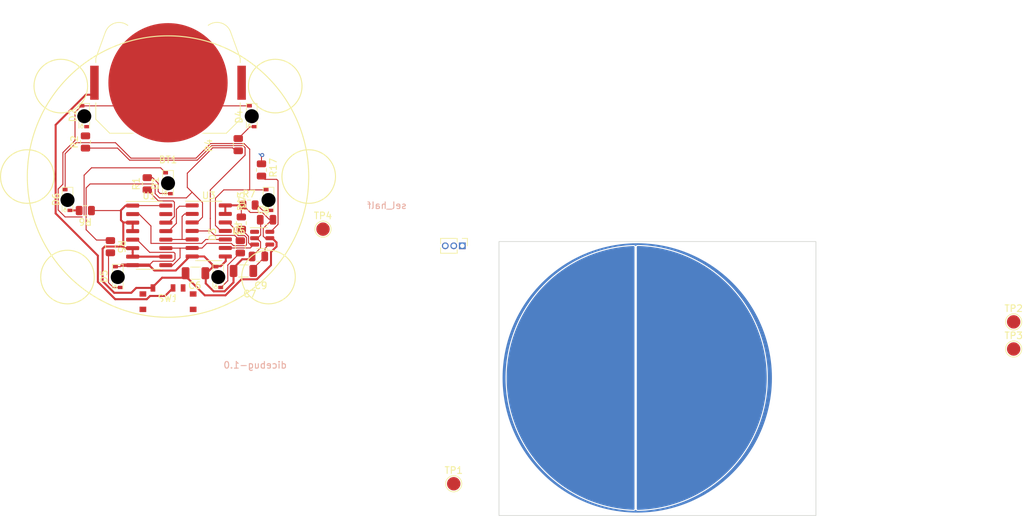
<source format=kicad_pcb>
(kicad_pcb (version 20221018) (generator pcbnew)
  (layers (0 "F.Cu" signal) (31 "B.Cu" signal) (34 "B.Paste" user) (35 "F.Paste" user) (36 "B.SilkS" user "B.Silkscreen") (37 "F.SilkS" user "F.Silkscreen") (38 "B.Mask" user) (39 "F.Mask" user) (44 "Edge.Cuts" user))
  (net 0 "")
  (net 1 "Net-(BT1-+)")
  (net 2 "GND")
  (net 3 "+3V0")
  (net 4 "Net-(U5-IO2{slash}SDA)")
  (net 5 "Net-(U5-IO1{slash}SCL)")
  (net 6 "Net-(U5-VREG)")
  (net 7 "Net-(U1-Q3)")
  (net 8 "Net-(D1-A)")
  (net 9 "Net-(D2-A)")
  (net 10 "Net-(D3-A)")
  (net 11 "Net-(D4-A)")
  (net 12 "Net-(D5-A)")
  (net 13 "Net-(D6-K)")
  (net 14 "Net-(D6-A)")
  (net 15 "Net-(D7-A)")
  (net 16 "/SENS_IQS")
  (net 17 "Net-(R2-Pad1)")
  (net 18 "Net-(R4-Pad1)")
  (net 19 "Net-(U1-Q0)")
  (net 20 "Net-(U1-CP)")
  (net 21 "Net-(U1-Q2)")
  (net 22 "Net-(U1-Q1)")
  (net 24 "Net-(U5-Cx)")
  (net 25 "Net-(JP5-C)")
  (footprint "Package_SO:SOIC-16_3.9x9.9mm_P1.27mm" (layer "F.Cu") (at 97.201 108.781)
    (fp_text reference "U1")
    (fp_text value "74LV163ADR")
  )
  (footprint "proj_footprints:PointLED_reverse_mount" (layer "F.Cu") (at 87.5 91 90)
    (fp_text reference "D2")
    (fp_text value "LA P47F")
  )
  (footprint "proj_footprints:PointLED_reverse_mount" (layer "F.Cu") (at 107.5 115 90)
    (fp_text reference "D3")
    (fp_text value "LA P47F")
  )
  (footprint "Capacitor_SMD:C_0805_2012Metric" (layer "F.Cu") (at 113.493 111.931 180)
    (fp_text reference "C9")
    (fp_text value "100p")
  )
  (footprint "Capacitor_SMD:C_1206_3216Metric" (layer "F.Cu") (at 111.253 114.093 180)
    (fp_text reference "C7")
    (fp_text value "1u")
  )
  (footprint "Resistor_SMD:R_0805_2012Metric" (layer "F.Cu") (at 87.6545 105.08 180)
    (fp_text reference "R6")
    (fp_text value "2k8")
  )
  (footprint "proj_footprints:PointLED_reverse_mount" (layer "F.Cu") (at 115 103.5 90)
    (fp_text reference "D7")
    (fp_text value "LA P47F")
  )
  (footprint "Resistor_SMD:R_0805_2012Metric" (layer "F.Cu") (at 87.68 94.8425 90)
    (fp_text reference "R2")
    (fp_text value "2k8")
  )
  (footprint "Battery:BatteryHolder_Keystone_3034_1x20mm" (layer "F.Cu") (at 100 86 180)
    (fp_text reference "BT1")
    (fp_text value "CR2032")
  )
  (footprint "proj_footprints:PointLED_reverse_mount" (layer "F.Cu") (at 100 101 90)
    (fp_text reference "D1")
    (fp_text value "LA P47F")
  )
  (footprint "TestPoint:TestPoint_Pad_D2.0mm" (layer "F.Cu") (at 226.21 125.74)
    (fp_text reference "TP3")
    (fp_text value "SCL")
  )
  (footprint "proj_footprints:PointLED_reverse_mount" (layer "F.Cu") (at 85 103.5 90)
    (fp_text reference "D6")
    (fp_text value "LA P47F")
  )
  (footprint "TestPoint:TestPoint_Pad_D2.0mm" (layer "F.Cu") (at 123.131 107.853)
    (fp_text reference "TP4")
    (fp_text value "SDA")
  )
  (footprint "Resistor_SMD:R_0805_2012Metric" (layer "F.Cu") (at 113.95 99.0175 90)
    (fp_text reference "R17")
    (fp_text value "470")
  )
  (footprint "Resistor_SMD:R_0805_2012Metric" (layer "F.Cu") (at 110.794 110.492 -90)
    (fp_text reference "R3")
    (fp_text value "2k8")
  )
  (footprint "proj_footprints:PointLED_reverse_mount" (layer "F.Cu") (at 92.5 115 90)
    (fp_text reference "D5")
    (fp_text value "LA P47F")
  )
  (footprint "Resistor_SMD:R_0805_2012Metric" (layer "F.Cu") (at 91.4 110.4675 -90)
    (fp_text reference "R5")
    (fp_text value "2k8")
  )
  (footprint "Resistor_SMD:R_0805_2012Metric" (layer "F.Cu") (at 112.0885 104.258)
    (fp_text reference "R7")
    (fp_text value "2k8")
  )
  (footprint "TestPoint:TestPoint_Pad_D2.0mm" (layer "F.Cu") (at 142.64 145.85)
    (fp_text reference "TP1")
    (fp_text value "GND")
  )
  (footprint "Connector_PinHeader_1.27mm:PinHeader_1x03_P1.27mm_Vertical" (layer "F.Cu") (at 143.92 110.34 -90)
    (fp_text reference "JP5" hide)
    (fp_text value "sel_half")
  )
  (footprint "proj_footprints:PointLED_reverse_mount" (layer "F.Cu") (at 112.5 91 90)
    (fp_text reference "D4")
    (fp_text value "LA P47F" hide)
  )
  (footprint "proj_footprints:450404015514" (layer "F.Cu") (at 100 118.6775 180)
    (fp_text reference "SW1")
    (fp_text value "SW_SPDT")
  )
  (footprint "Package_SO:SOIC-14_3.9x8.7mm_P1.27mm" (layer "F.Cu") (at 106.076 108.121)
    (fp_text reference "U3")
    (fp_text value "74HCS7266DR")
  )
  (footprint "Capacitor_SMD:C_0805_2012Metric" (layer "F.Cu") (at 114.713 106.45 180)
    (fp_text reference "C8")
    (fp_text value "100p")
  )
  (footprint "Package_TO_SOT_SMD:SOT-23-6" (layer "F.Cu") (at 114.0565 109.2)
    (fp_text reference "U5")
    (fp_text value "iqs211a")
  )
  (footprint "Resistor_SMD:R_0805_2012Metric" (layer "F.Cu") (at 110.48 95.2425 90)
    (fp_text reference "R4")
    (fp_text value "2k8" hide)
  )
  (footprint "Resistor_SMD:R_0805_2012Metric" (layer "F.Cu") (at 110.942 106.946 -90)
    (fp_text reference "R13")
    (fp_text value "100k")
  )
  (footprint "Resistor_SMD:R_0805_2012Metric" (layer "F.Cu") (at 96.906 101.0745 90)
    (fp_text reference "R1")
    (fp_text value "2k8")
  )
  (footprint "Capacitor_SMD:C_1206_3216Metric" (layer "F.Cu") (at 104.095 114.43)
    (fp_text reference "C6")
    (fp_text value "1u")
  )
  (footprint "TestPoint:TestPoint_Pad_D2.0mm" (layer "F.Cu") (at 226.21 121.69)
    (fp_text reference "TP2")
    (fp_text value "VCC")
  )
  (footprint "sensors:tp_end" (layer "B.Cu") (at 168.93 118.17 -90)
    (fp_text reference "TP6" hide)
    (fp_text value "Sensor")
  )
  (footprint "sensors:tp_end" (layer "B.Cu") (at 113.591 96.562 180)
    (fp_text reference "TP5" hide)
    (fp_text value "Sensor")
  )
  (gr_circle (center 121 100) (end 125 100) (stroke (width 0.153)) (fill none) (layer "F.SilkS"))
  (gr_circle (center 115 115) (end 119 115) (stroke (width 0.153)) (fill none) (layer "F.SilkS"))
  (gr_circle (center 79 100) (end 83 100) (stroke (width 0.153)) (fill none) (layer "F.SilkS"))
  (gr_circle (center 84 86.5) (end 88 86.5) (stroke (width 0.153)) (fill none) (layer "F.SilkS"))
  (gr_circle (center 116 86.5) (end 120 86.5) (stroke (width 0.153)) (fill none) (layer "F.SilkS"))
  (gr_circle (center 100 100) (end 121 100) (stroke (width 0.153)) (fill none) (layer "F.SilkS"))
  (gr_circle (center 85 115) (end 89 115) (stroke (width 0.153)) (fill none) (layer "F.SilkS"))
  (gr_rect (start 149.4 109.7) (end 196.7 150.6) (stroke (width 0.1)) (fill none) (layer "Edge.Cuts"))
  (gr_text "dicebug-1.0" (at 117.815 128.729) (layer "B.SilkS") (effects (font (size 1 1) (thickness 0.153)) (justify left bottom mirror)))
  (segment (start 87.73 87.79) (end 89.1 87.79) (width 0.3) (layer "F.Cu") (net 1))
  (segment (start 97.32 117.82) (end 96.83 118.31) (width 0.3) (layer "F.Cu") (net 1))
  (segment (start 83.23 105.51) (end 83.23 92.29) (width 0.3) (layer "F.Cu") (net 1))
  (segment (start 100.75 116.6275) (end 99.5575 117.82) (width 0.3) (layer "F.Cu") (net 1))
  (segment (start 89.53 111.81) (end 83.23 105.51) (width 0.3) (layer "F.Cu") (net 1))
  (segment (start 92.12 118.31) (end 89.53 115.72) (width 0.3) (layer "F.Cu") (net 1))
  (segment (start 89.53 115.72) (end 89.53 111.81) (width 0.3) (layer "F.Cu") (net 1))
  (segment (start 83.23 92.29) (end 87.73 87.79) (width 0.3) (layer "F.Cu") (net 1))
  (segment (start 99.5575 117.82) (end 97.32 117.82) (width 0.3) (layer "F.Cu") (net 1))
  (segment (start 96.83 118.31) (end 92.12 118.31) (width 0.3) (layer "F.Cu") (net 1))
  (segment (start 108.447 117.13) (end 106.81 117.13) (width 0.3) (layer "F.Cu") (net 2))
  (segment (start 113.335 109.219) (end 112.771 109.219) (width 0.15) (layer "F.Cu") (net 2))
  (segment (start 87.15 89.446) (end 87.084 89.446) (width 0.15) (layer "F.Cu") (net 2))
  (segment (start 95.365 109.416) (end 97.263 111.314) (width 0.15) (layer "F.Cu") (net 2))
  (segment (start 88.582 98.696) (end 87.4795 99.7985) (width 0.15) (layer "F.Cu") (net 2))
  (segment (start 87.15 89.446) (end 92.188 89.446) (width 0.15) (layer "F.Cu") (net 2))
  (segment (start 84.31 96.42) (end 86.12 94.61) (width 0.15) (layer "F.Cu") (net 2))
  (segment (start 107.877 113.374) (end 106.854 113.374) (width 0.3) (layer "F.Cu") (net 2))
  (segment (start 83.61 105) (end 83.61 101.85) (width 0.15) (layer "F.Cu") (net 2))
  (segment (start 92.188 89.446) (end 92.848 88.786) (width 0.15) (layer "F.Cu") (net 2))
  (segment (start 113.828 108.726) (end 113.335 109.219) (width 0.15) (layer "F.Cu") (net 2))
  (segment (start 86.12 90.41) (end 86.12 94.61) (width 0.15) (layer "F.Cu") (net 2))
  (segment (start 106.65 113.53) (end 105.6 114.58) (width 0.3) (layer "F.Cu") (net 2))
  (segment (start 101.14 114.03) (end 103.24 111.93) (width 0.3) (layer "F.Cu") (net 2))
  (segment (start 113.828 106.515) (end 113.828 108.726) (width 0.15) (layer "F.Cu") (net 2))
  (segment (start 97.762 112.645) (end 97.176 113.231) (width 0.15) (layer "F.Cu") (net 2))
  (segment (start 109.778 114.093) (end 109.778 115.799) (width 0.3) (layer "F.Cu") (net 2))
  (segment (start 87.4795 99.7985) (end 87.4795 105.7265) (width 0.15) (layer "F.Cu") (net 2))
  (segment (start 87.242 89.484) (end 87.274 89.452) (width 0.15) (layer "F.Cu") (net 2))
  (segment (start 83.61 101.85) (end 84.23 101.23) (width 0.15) (layer "F.Cu") (net 2))
  (segment (start 112.15 89.446) (end 106.622 89.446) (width 0.15) (layer "F.Cu") (net 2))
  (segment (start 106.622 89.446) (end 106.357 89.181) (width 0.15) (layer "F.Cu") (net 2))
  (segment (start 105.63 115.95) (end 105.63 114.28) (width 0.3) (layer "F.Cu") (net 2))
  (segment (start 109.778 114.093) (end 109.778 113.646) (width 0.3) (layer "F.Cu") (net 2))
  (segment (start 105.41 111.93) (end 106.65 113.17) (width 0.3) (layer "F.Cu") (net 2))
  (segment (start 84.31 101.15) (end 84.31 96.42) (width 0.15) (layer "F.Cu") (net 2))
  (segment (start 92.15 113.446) (end 92.911 113.446) (width 0.15) (layer "F.Cu") (net 2))
  (segment (start 108.617 111.979) (end 108.617 112.634) (width 0.3) (layer "F.Cu") (net 2))
  (segment (start 113.81 109.747) (end 113.81 110.646) (width 0.15) (layer "F.Cu") (net 2))
  (segment (start 87.084 89.446) (end 86.12 90.41) (width 0.15) (layer "F.Cu") (net 2))
  (segment (start 84.638 106.028) (end 83.61 105) (width 0.15) (layer "F.Cu") (net 2))
  (segment (start 113.81 110.646) (end 112.631 111.825) (width 0.15) (layer "F.Cu") (net 2))
  (segment (start 113.763 106.45) (end 113.828 106.515) (width 0.15) (layer "F.Cu") (net 2))
  (segment (start 99.65 99.446) (end 98.9 98.696) (width 0.15) (layer "F.Cu") (net 2))
  (segment (start 106.65 113.17) (end 106.65 113.53) (width 0.3) (layer "F.Cu") (net 2))
  (segment (start 100.876 111.314) (end 101.045 111.483) (width 0.15) (layer "F.Cu") (net 2))
  (segment (start 112.919 109.2) (end 113.263 109.2) (width 0.15) (layer "F.Cu") (net 2))
  (segment (start 94.726 109.416) (end 95.365 109.416) (width 0.15) (layer "F.Cu") (net 2))
  (segment (start 109.778 115.799) (end 108.447 117.13) (width 0.3) (layer "F.Cu") (net 2))
  (segment (start 92.911 113.446) (end 93.126 113.231) (width 0.15) (layer "F.Cu") (net 2))
  (segment (start 97.263 111.314) (end 100.876 111.314) (width 0.15) (layer "F.Cu") (net 2))
  (segment (start 87.178 106.028) (end 84.638 106.028) (width 0.15) (layer "F.Cu") (net 2))
  (segment (start 93.126 113.231) (end 97.176 113.231) (width 0.5) (layer "F.Cu") (net 2))
  (segment (start 97.975 114.03) (end 101.14 114.03) (width 0.3) (layer "F.Cu") (net 2))
  (segment (start 109.778 113.646) (end 111.077 112.347) (width 0.3) (layer "F.Cu") (net 2))
  (segment (start 100.706 112.645) (end 97.762 112.645) (width 0.15) (layer "F.Cu") (net 2))
  (segment (start 106.81 117.13) (end 105.63 115.95) (width 0.3) (layer "F.Cu") (net 2))
  (segment (start 106.854 113.374) (end 106.65 113.17) (width 0.3) (layer "F.Cu") (net 2))
  (segment (start 108.617 112.634) (end 107.877 113.374) (width 0.3) (layer "F.Cu") (net 2))
  (segment (start 98.9 98.696) (end 88.582 98.696) (width 0.15) (layer "F.Cu") (net 2))
  (segment (start 84.23 101.23) (end 84.31 101.15) (width 0.15) (layer "F.Cu") (net 2))
  (segment (start 97.176 113.231) (end 97.975 114.03) (width 0.3) (layer "F.Cu") (net 2))
  (segment (start 101.045 111.483) (end 101.045 112.306) (width 0.15) (layer "F.Cu") (net 2))
  (segment (start 111.077 112.347) (end 112.427 112.347) (width 0.3) (layer "F.Cu") (net 2))
  (segment (start 113.263 109.2) (end 113.81 109.747) (width 0.15) (layer "F.Cu") (net 2))
  (segment (start 103.24 111.93) (end 105.41 111.93) (width 0.3) (layer "F.Cu") (net 2))
  (segment (start 101.045 112.306) (end 100.706 112.645) (width 0.15) (layer "F.Cu") (net 2))
  (segment (start 103.075 115.315) (end 102.86 115.1) (width 0.3) (layer "F.Cu") (net 3))
  (segment (start 115.37 113.22) (end 115.37 111.272896) (width 0.3) (layer "F.Cu") (net 3))
  (segment (start 110.942 106.0335) (end 110.942 104.622) (width 0.15) (layer "F.Cu") (net 3))
  (segment (start 115.487 106.45) (end 115.417 106.45) (width 0.15) (layer "F.Cu") (net 3))
  (segment (start 102.86 115.1) (end 99.12 115.1) (width 0.3) (layer "F.Cu") (net 3))
  (segment (start 91.97 117.35) (end 94.52 117.35) (width 0.3) (layer "F.Cu") (net 3))
  (segment (start 99.546 104.336) (end 99.651 104.231) (width 0.15) (layer "F.Cu") (net 3))
  (segment (start 95.25 116.62) (end 97.72 116.62) (width 0.3) (layer "F.Cu") (net 3))
  (segment (start 94.52 117.35) (end 95.25 116.62) (width 0.3) (layer "F.Cu") (net 3))
  (segment (start 105.49 117.73) (end 103.075 115.315) (width 0.3) (layer "F.Cu") (net 3))
  (segment (start 103.075 115.315) (end 102.56 114.8) (width 0.3) (layer "F.Cu") (net 3))
  (segment (start 90.56 110.45) (end 90.24 110.77) (width 0.3) (layer "F.Cu") (net 3))
  (segment (start 114.215 107.74) (end 115.5 106.455) (width 0.15) (layer "F.Cu") (net 3))
  (segment (start 94.726 110.686) (end 94.726 111.306) (width 0.3) (layer "F.Cu") (net 3))
  (segment (start 93.326 110.45) (end 93.326 106.856) (width 0.3) (layer "F.Cu") (net 3))
  (segment (start 94.726 107.681) (end 94.726 108.056) (width 0.3) (layer "F.Cu") (net 3))
  (segment (start 94.726 111.306) (end 94.726 111.881) (width 0.3) (layer "F.Cu") (net 3))
  (segment (start 94.726 106.876) (end 94.726 107.481) (width 0.3) (layer "F.Cu") (net 3))
  (segment (start 92.976 106.506) (end 93.326 106.856) (width 0.3) (layer "F.Cu") (net 3))
  (segment (start 94.726 110.686) (end 93.466 110.686) (width 0.3) (layer "F.Cu") (net 3))
  (segment (start 94.726 111.956) (end 94.726 110.506) (width 0.15) (layer "F.Cu") (net 3))
  (segment (start 92.976 105.031) (end 92.976 106.506) (width 0.3) (layer "F.Cu") (net 3))
  (segment (start 96.551 111.956) (end 96.551 111.906) (width 0.15) (layer "F.Cu") (net 3))
  (segment (start 93.326 106.856) (end 94.751 106.856) (width 0.3) (layer "F.Cu") (net 3))
  (segment (start 96.476 111.956) (end 94.326 111.956) (width 0.15) (layer "F.Cu") (net 3))
  (segment (start 114.513 109.2) (end 114.215 108.902) (width 0.15) (layer "F.Cu") (net 3))
  (segment (start 88.567 105.08) (end 92.927 105.08) (width 0.15) (layer "F.Cu") (net 3))
  (segment (start 110.942 104.622) (end 111.31 104.254) (width 0.15) (layer "F.Cu") (net 3))
  (segment (start 114.215 108.902) (end 114.215 107.74) (width 0.15) (layer "F.Cu") (net 3))
  (segment (start 111.213 104.298) (end 111.264 104.247) (width 0.3) (layer "F.Cu") (net 3))
  (segment (start 108.551 104.298) (end 111.213 104.298) (width 0.3) (layer "F.Cu") (net 3))
  (segment (start 116.2 110.442896) (end 116.2 109.85) (width 0.3) (layer "F.Cu") (net 3))
  (segment (start 92.927 105.08) (end 92.976 105.031) (width 0.15) (layer "F.Cu") (net 3))
  (segment (start 108.58 117.73) (end 105.49 117.73) (width 0.3) (layer "F.Cu") (net 3))
  (segment (start 96.551 111.956) (end 96.476 111.956) (width 0.15) (layer "F.Cu") (net 3))
  (segment (start 115.663 106.45) (end 115.487 106.45) (width 0.15) (layer "F.Cu") (net 3))
  (segment (start 90.24 110.77) (end 90.24 115.62) (width 0.3) (layer "F.Cu") (net 3))
  (segment (start 94.726 107.481) (end 94.726 107.681) (width 0.3) (layer "F.Cu") (net 3))
  (segment (start 108.58 117.73) (end 110.97 115.34) (width 0.3) (layer "F.Cu") (net 3))
  (segment (start 113.25 115.34) (end 115.37 113.22) (width 0.3) (layer "F.Cu") (net 3))
  (segment (start 116.2 109.85) (end 115.54 109.19) (width 0.3) (layer "F.Cu") (net 3))
  (segment (start 93.466 110.686) (end 93.326 110.546) (width 0.3) (layer "F.Cu") (net 3))
  (segment (start 99.12 115.1) (end 97.72 116.5) (width 0.3) (layer "F.Cu") (net 3))
  (segment (start 99.676 111.956) (end 96.551 111.956) (width 0.15) (layer "F.Cu") (net 3))
  (segment (start 115.37 111.272896) (end 116.2 110.442896) (width 0.3) (layer "F.Cu") (net 3))
  (segment (start 94.726 111.956) (end 99.776 111.956) (width 0.3) (layer "F.Cu") (net 3))
  (segment (start 102.56 114.8) (end 102.56 114.37) (width 0.3) (layer "F.Cu") (net 3))
  (segment (start 93.326 110.546) (end 93.326 110.45) (width 0.3) (layer "F.Cu") (net 3))
  (segment (start 115.194 109.2) (end 114.513 109.2) (width 0.15) (layer "F.Cu") (net 3))
  (segment (start 93.671 104.336) (end 92.976 105.031) (width 0.3) (layer "F.Cu") (net 3))
  (segment (start 94.726 104.336) (end 99.546 104.336) (width 0.15) (layer "F.Cu") (net 3))
  (segment (start 108.551 105.581) (end 108.551 104.298) (width 0.3) (layer "F.Cu") (net 3))
  (segment (start 112.281 105.363) (end 114.075 105.363) (width 0.15) (layer "F.Cu") (net 3))
  (segment (start 114.075 105.363) (end 115.079 106.367) (width 0.15) (layer "F.Cu") (net 3))
  (segment (start 90.24 115.62) (end 91.97 117.35) (width 0.3) (layer "F.Cu") (net 3))
  (segment (start 115.079 106.367) (end 115.694 106.367) (width 0.15) (layer "F.Cu") (net 3))
  (segment (start 110.97 115.34) (end 113.25 115.34) (width 0.3) (layer "F.Cu") (net 3))
  (segment (start 93.326 110.45) (end 90.56 110.45) (width 0.3) (layer "F.Cu") (net 3))
  (segment (start 111.176 104.258) (end 112.281 105.363) (width 0.15) (layer "F.Cu") (net 3))
  (segment (start 94.726 108.056) (end 95.276 108.056) (width 0.3) (layer "F.Cu") (net 3))
  (segment (start 94.726 108.146) (end 94.726 106.856) (width 0.15) (layer "F.Cu") (net 3))
  (segment (start 112.019 108.9355) (end 112.019 109.9) (width 0.15) (layer "F.Cu") (net 4))
  (segment (start 108.551 110.661) (end 112.283 110.661) (width 0.15) (layer "F.Cu") (net 4))
  (segment (start 112.283 110.661) (end 112.837 110.107) (width 0.15) (layer "F.Cu") (net 4))
  (segment (start 112.256 110.137) (end 112.929 110.137) (width 0.15) (layer "F.Cu") (net 4))
  (segment (start 112.019 109.9) (end 112.256 110.137) (width 0.15) (layer "F.Cu") (net 4))
  (segment (start 110.942 107.8585) (end 112.019 108.9355) (width 0.15) (layer "F.Cu") (net 4))
  (segment (start 112.728 114.093) (end 112.728 113.718) (width 0.15) (layer "F.Cu") (net 6))
  (segment (start 115.194 110.15) (end 115.062 110.15) (width 0.15) (layer "F.Cu") (net 6))
  (segment (start 114.479 110.733) (end 114.479 112.071) (width 0.15) (layer "F.Cu") (net 6))
  (segment (start 112.728 113.718) (end 114.481 111.965) (width 0.15) (layer "F.Cu") (net 6))
  (segment (start 115.062 110.15) (end 114.479 110.733) (width 0.15) (layer "F.Cu") (net 6))
  (segment (start 109.436 109.974) (end 105.782 109.974) (width 0.15) (layer "F.Cu") (net 7))
  (segment (start 100.676 113.256) (end 99.526 113.256) (width 0.15) (layer "F.Cu") (net 7))
  (segment (start 111.426 108.813) (end 111.719 109.106) (width 0.15) (layer "F.Cu") (net 7))
  (segment (start 110.483 108.813) (end 111.426 108.813) (width 0.15) (layer "F.Cu") (net 7))
  (segment (start 101.801 112.131) (end 100.676 113.256) (width 0.15) (layer "F.Cu") (net 7))
  (segment (start 109.852 108.182) (end 110.483 108.813) (width 0.15) (layer "F.Cu") (net 7))
  (segment (start 107.643 106.883) (end 108.596 106.883) (width 0.15) (layer "F.Cu") (net 7))
  (segment (start 109.779 110.317) (end 109.436 109.974) (width 0.15) (layer "F.Cu") (net 7))
  (segment (start 101.801 110.686) (end 103.896 110.686) (width 0.15) (layer "F.Cu") (net 7))
  (segment (start 111.719 110.185) (end 111.587 110.317) (width 0.15) (layer "F.Cu") (net 7))
  (segment (start 99.676 110.686) (end 101.801 110.686) (width 0.15) (layer "F.Cu") (net 7))
  (segment (start 109.001 106.851) (end 109.852 107.702) (width 0.15) (layer "F.Cu") (net 7))
  (segment (start 111.719 109.106) (end 111.719 110.185) (width 0.15) (layer "F.Cu") (net 7))
  (segment (start 109.852 107.702) (end 109.852 108.182) (width 0.15) (layer "F.Cu") (net 7))
  (segment (start 105.078 110.678) (end 103.567 110.678) (width 0.15) (layer "F.Cu") (net 7))
  (segment (start 111.587 110.317) (end 109.779 110.317) (width 0.15) (layer "F.Cu") (net 7))
  (segment (start 108.551 106.851) (end 109.001 106.851) (width 0.15) (layer "F.Cu") (net 7))
  (segment (start 105.782 109.974) (end 105.078 110.678) (width 0.15) (layer "F.Cu") (net 7))
  (segment (start 101.801 112.131) (end 101.801 110.686) (width 0.15) (layer "F.Cu") (net 7))
  (segment (start 98.536 102.245) (end 98.816 102.525) (width 0.15) (layer "F.Cu") (net 8))
  (segment (start 98.816 102.525) (end 100.361 102.525) (width 0.15) (layer "F.Cu") (net 8))
  (segment (start 98.536 101.004) (end 98.536 102.245) (width 0.15) (layer "F.Cu") (net 8))
  (segment (start 96.906 100.162) (end 97.694 100.162) (width 0.15) (layer "F.Cu") (net 8))
  (segment (start 97.694 100.162) (end 98.536 101.004) (width 0.15) (layer "F.Cu") (net 8))
  (segment (start 107.85 116.554) (end 107.926 116.554) (width 0.15) (layer "F.Cu") (net 10))
  (segment (start 107.926 116.554) (end 108.92 115.56) (width 0.15) (layer "F.Cu") (net 10))
  (segment (start 108.92 115.56) (end 108.92 113.212) (width 0.15) (layer "F.Cu") (net 10))
  (segment (start 108.92 113.212) (end 108.921 113.212) (width 0.15) (layer "F.Cu") (net 10))
  (segment (start 110.607 111.526) (end 110.607 111.334) (width 0.15) (layer "F.Cu") (net 10))
  (segment (start 108.921 113.212) (end 110.607 111.526) (width 0.15) (layer "F.Cu") (net 10))
  (segment (start 110.48 94.33) (end 112.22 92.59) (width 0.15) (layer "F.Cu") (net 11))
  (segment (start 112.22 92.59) (end 112.808 92.59) (width 0.15) (layer "F.Cu") (net 11))
  (segment (start 91.7405 116.565) (end 91.84 116.565) (width 0.15) (layer "F.Cu") (net 12))
  (segment (start 91.84 116.565) (end 91.12 115.845) (width 0.15) (layer "F.Cu") (net 12))
  (segment (start 91.12 115.845) (end 91.12 111.6) (width 0.15) (layer "F.Cu") (net 12))
  (segment (start 91.84 116.565) (end 92.831 116.565) (width 0.15) (layer "F.Cu") (net 12))
  (segment (start 108.551 108.121) (end 107.886 108.121) (width 0.15) (layer "F.Cu") (net 13))
  (segment (start 86.287 94.95) (end 92.158 94.95) (width 0.15) (layer "F.Cu") (net 13))
  (segment (start 112.19 95.92) (end 112.19 101.991) (width 0.15) (layer "F.Cu") (net 13))
  (segment (start 94.47 97.262) (end 104.177 97.262) (width 0.15) (layer "F.Cu") (net 13))
  (segment (start 106.367 95.072) (end 111.342 95.072) (width 0.15) (layer "F.Cu") (net 13))
  (segment (start 84.65 96.587) (end 86.287 94.95) (width 0.15) (layer "F.Cu") (net 13))
  (segment (start 84.65 101.946) (end 84.65 96.587) (width 0.15) (layer "F.Cu") (net 13))
  (segment (start 104.177 97.262) (end 106.367 95.072) (width 0.15) (layer "F.Cu") (net 13))
  (segment (start 108.322 101.991) (end 112.19 101.991) (width 0.15) (layer "F.Cu") (net 13))
  (segment (start 107.08 107.315) (end 107.08 103.233) (width 0.15) (layer "F.Cu") (net 13))
  (segment (start 112.19 101.991) (end 114.661 101.991) (width 0.15) (layer "F.Cu") (net 13))
  (segment (start 92.158 94.95) (end 94.47 97.262) (width 0.15) (layer "F.Cu") (net 13))
  (segment (start 107.886 108.121) (end 107.08 107.315) (width 0.15) (layer "F.Cu") (net 13))
  (segment (start 111.342 95.072) (end 112.19 95.92) (width 0.15) (layer "F.Cu") (net 13))
  (segment (start 107.08 103.233) (end 108.322 101.991) (width 0.15) (layer "F.Cu") (net 13))
  (segment (start 85.35 105.054) (end 86.817 105.054) (width 0.3) (layer "F.Cu") (net 14))
  (segment (start 113.331 104.258) (end 114.143 105.07) (width 0.15) (layer "F.Cu") (net 15))
  (segment (start 114.143 105.07) (end 115.384 105.07) (width 0.15) (layer "F.Cu") (net 15))
  (segment (start 113.001 104.258) (end 113.331 104.258) (width 0.15) (layer "F.Cu") (net 15))
  (segment (start 113.95 96.901) (end 114.056 96.795) (width 0.15) (layer "F.Cu") (net 16))
  (segment (start 113.95 98.105) (end 113.95 96.901) (width 0.15) (layer "F.Cu") (net 16))
  (via (at 114.056 96.795) (size 0.6) (drill 0.3) (layers "F.Cu" "B.Cu") (net 16))
  (segment (start 114.056 96.795) (end 113.781 96.795) (width 0.15) (layer "B.Cu") (net 16))
  (segment (start 113.781 96.795) (end 113.591 96.605) (width 0.15) (layer "B.Cu") (net 16))
  (segment (start 94.264 97.563) (end 104.346 97.563) (width 0.15) (layer "F.Cu") (net 17))
  (segment (start 104.346 97.563) (end 106.522 95.387) (width 0.15) (layer "F.Cu") (net 17))
  (segment (start 106.522 95.387) (end 111.218 95.387) (width 0.15) (layer "F.Cu") (net 17))
  (segment (start 111.504 96.805) (end 106.311 101.998) (width 0.15) (layer "F.Cu") (net 17))
  (segment (start 106.311 101.998) (end 106.311 106.221) (width 0.15) (layer "F.Cu") (net 17))
  (segment (start 109.949 108.785) (end 110.742 109.578) (width 0.15) (layer "F.Cu") (net 17))
  (segment (start 103.601 108.121) (end 106.311 108.121) (width 0.15) (layer "F.Cu") (net 17))
  (segment (start 111.218 95.387) (end 111.504 95.673) (width 0.15) (layer "F.Cu") (net 17))
  (segment (start 106.311 106.283) (end 106.311 106.221) (width 0.15) (layer "F.Cu") (net 17))
  (segment (start 106.311 108.121) (end 106.975 108.785) (width 0.15) (layer "F.Cu") (net 17))
  (segment (start 106.975 108.785) (end 109.949 108.785) (width 0.15) (layer "F.Cu") (net 17))
  (segment (start 111.504 95.673) (end 111.504 96.805) (width 0.15) (layer "F.Cu") (net 17))
  (segment (start 92.456 95.755) (end 94.264 97.563) (width 0.15) (layer "F.Cu") (net 17))
  (segment (start 106.311 108.121) (end 106.311 106.283) (width 0.15) (layer "F.Cu") (net 17))
  (segment (start 87.68 95.755) (end 92.456 95.755) (width 0.15) (layer "F.Cu") (net 17))
  (segment (start 102.88 99.505) (end 102.88 101.625) (width 0.15) (layer "F.Cu") (net 18))
  (segment (start 103.592 102.337) (end 102.745 103.184) (width 0.15) (layer "F.Cu") (net 18))
  (segment (start 102.88 101.625) (end 103.592 102.337) (width 0.15) (layer "F.Cu") (net 18))
  (segment (start 97.801 101.105) (end 88.369 101.105) (width 0.15) (layer "F.Cu") (net 18))
  (segment (start 103.592 102.337) (end 105.151 103.896) (width 0.15) (layer "F.Cu") (net 18))
  (segment (start 102.745 103.184) (end 98.714 103.184) (width 0.15) (layer "F.Cu") (net 18))
  (segment (start 106.68 95.705) (end 102.88 99.505) (width 0.15) (layer "F.Cu") (net 18))
  (segment (start 98.079 101.383) (end 97.801 101.105) (width 0.15) (layer "F.Cu") (net 18))
  (segment (start 89.32 109.48) (end 91.42 109.48) (width 0.15) (layer "F.Cu") (net 18))
  (segment (start 105.151 103.896) (end 105.151 106.066) (width 0.15) (layer "F.Cu") (net 18))
  (segment (start 105.151 106.066) (end 104.366 106.851) (width 0.15) (layer "F.Cu") (net 18))
  (segment (start 109.63 95.705) (end 106.68 95.705) (width 0.15) (layer "F.Cu") (net 18))
  (segment (start 87.7795 107.9395) (end 89.32 109.48) (width 0.15) (layer "F.Cu") (net 18))
  (segment (start 110.08 96.155) (end 109.63 95.705) (width 0.15) (layer "F.Cu") (net 18))
  (segment (start 98.079 102.549) (end 98.079 101.383) (width 0.15) (layer "F.Cu") (net 18))
  (segment (start 98.714 103.184) (end 98.079 102.549) (width 0.15) (layer "F.Cu") (net 18))
  (segment (start 104.366 106.851) (end 103.601 106.851) (width 0.15) (layer "F.Cu") (net 18))
  (segment (start 87.7795 101.6945) (end 87.7795 107.9395) (width 0.15) (layer "F.Cu") (net 18))
  (segment (start 88.369 101.105) (end 87.7795 101.6945) (width 0.15) (layer "F.Cu") (net 18))
  (segment (start 100.766 103.64) (end 100.951 103.825) (width 0.15) (layer "F.Cu") (net 19))
  (segment (start 100.951 103.825) (end 100.951 105.981) (width 0.15) (layer "F.Cu") (net 19))
  (segment (start 99.676 106.876) (end 100.056 106.876) (width 0.15) (layer "F.Cu") (net 19))
  (segment (start 96.906 101.987) (end 98.559 103.64) (width 0.15) (layer "F.Cu") (net 19))
  (segment (start 100.056 106.876) (end 100.951 105.981) (width 0.15) (layer "F.Cu") (net 19))
  (segment (start 98.559 103.64) (end 100.766 103.64) (width 0.15) (layer "F.Cu") (net 19))
  (segment (start 105.051 109.981) (end 97.451 109.981) (width 0.15) (layer "F.Cu") (net 20))
  (segment (start 95.676 105.606) (end 94.726 105.606) (width 0.15) (layer "F.Cu") (net 20))
  (segment (start 108.551 109.391) (end 105.641 109.391) (width 0.15) (layer "F.Cu") (net 20))
  (segment (start 97.451 107.381) (end 95.676 105.606) (width 0.15) (layer "F.Cu") (net 20))
  (segment (start 97.451 109.981) (end 97.451 107.381) (width 0.15) (layer "F.Cu") (net 20))
  (segment (start 105.641 109.391) (end 105.051 109.981) (width 0.15) (layer "F.Cu") (net 20))
  (segment (start 101.651 109.391) (end 99.661 109.391) (width 0.15) (layer "F.Cu") (net 21))
  (segment (start 103.601 105.581) (end 102.476 105.581) (width 0.15) (layer "F.Cu") (net 21))
  (segment (start 103.601 109.391) (end 102.101 109.391) (width 0.15) (layer "F.Cu") (net 21))
  (segment (start 102.101 109.391) (end 101.901 109.391) (width 0.15) (layer "F.Cu") (net 21))
  (segment (start 102.476 105.581) (end 102.101 105.956) (width 0.15) (layer "F.Cu") (net 21))
  (segment (start 101.901 109.391) (end 101.651 109.391) (width 0.15) (layer "F.Cu") (net 21))
  (segment (start 102.101 105.956) (end 102.101 109.391) (width 0.15) (layer "F.Cu") (net 21))
  (segment (start 100.086 108.146) (end 101.251 106.981) (width 0.15) (layer "F.Cu") (net 22))
  (segment (start 99.676 108.146) (end 100.086 108.146) (width 0.15) (layer "F.Cu") (net 22))
  (segment (start 101.701 104.431) (end 103.751 104.431) (width 0.15) (layer "F.Cu") (net 22))
  (segment (start 101.251 104.881) (end 101.701 104.431) (width 0.15) (layer "F.Cu") (net 22))
  (segment (start 101.251 106.981) (end 101.251 104.881) (width 0.15) (layer "F.Cu") (net 22))
  (segment (start 116.42 100.62) (end 116.42 107.14) (width 0.15) (layer "F.Cu") (net 24))
  (segment (start 115.194 108.25) (end 115.487 108.25) (width 0.15) (layer "F.Cu") (net 24))
  (segment (start 114.45 100.42) (end 113.92 99.89) (width 0.15) (layer "F.Cu") (net 24))
  (segment (start 116.22 100.42) (end 114.45 100.42) (width 0.15) (layer "F.Cu") (net 24))
  (segment (start 116.42 107.14) (end 115.22 108.34) (width 0.15) (layer "F.Cu") (net 24))
  (segment (start 116.22 100.42) (end 116.42 100.62) (width 0.15) (layer "F.Cu") (net 24))
  (segment (start 169.255 117.845) (end 168.93 118.17) (width 0.15) (layer "B.Cu") (net 25))
  (segment (start 169.255 117.315) (end 169.255 117.845) (width 0.15) (layer "B.Cu") (net 25))
  (zone (net 16) (net_name "/SENS_IQS") (layer "B.Cu") (priority 3) (connect_pads yes (clearance 0.15)) (min_thickness 0.25) (fill yes (thermal_gap 0.5) (thermal_bridge_width 0.5) (island_removal_mode 1) (island_area_min 10))
    (polygon (pts (xy 169.97386 149.753435) (xy 170.28326 149.746135) (xy 170.59246 149.733935) (xy 170.90146 149.716935) (xy 171.21006 149.695135) (xy 171.51836 149.668435) (xy 171.82626 149.636835) (xy 172.13356 149.600535) (xy 172.44026 149.559335) (xy 172.74626 149.513335) (xy 173.05146 149.462535) (xy 173.35586 149.406935) (xy 173.65936 149.346535) (xy 173.96186 149.281435) (xy 174.26336 149.211535) (xy 174.56366 149.136935) (xy 174.86276 149.057635) (xy 175.16056 148.973635) (xy 175.45706 148.884935) (xy 175.75206 148.791635) (xy 176.04566 148.693735) (xy 176.33756 148.591235) (xy 176.62796 148.484035) (xy 176.91656 148.372435) (xy 177.20336 148.256235) (xy 177.48826 148.135635) (xy 177.77126 148.010435) (xy 178.05236 147.880935) (xy 178.33126 147.746935) (xy 178.60806 147.608635) (xy 178.88266 147.466035) (xy 179.15496 147.319035) (xy 179.42496 147.167835) (xy 179.69256 147.012435) (xy 179.95766 146.852835) (xy 180.22026 146.689135) (xy 180.48016 146.521235) (xy 180.73746 146.349335) (xy 180.99206 146.173335) (xy 181.24386 145.993435) (xy 181.49276 145.809635) (xy 181.73876 145.621935) (xy 181.98176 145.430335) (xy 182.22176 145.234935) (xy 182.45856 145.035835) (xy 182.69226 144.833035) (xy 182.92276 144.626535) (xy 183.15006 144.416535) (xy 183.37396 144.202935) (xy 183.59446 143.985835) (xy 183.81156 143.765335) (xy 184.02516 143.541435) (xy 184.23516 143.314135) (xy 184.44166 143.083635) (xy 184.64446 142.849935) (xy 184.84356 142.613135) (xy 185.03896 142.373135) (xy 185.23056 142.130135) (xy 185.41826 141.884135) (xy 185.60206 141.635235) (xy 185.78196 141.383435) (xy 185.95796 141.128835) (xy 186.12986 140.871535) (xy 186.29776 140.611635) (xy 186.46146 140.349035) (xy 186.62106 140.083935) (xy 186.77646 139.816335) (xy 186.92766 139.546335) (xy 187.07466 139.274035) (xy 187.21726 138.999435) (xy 187.35556 138.722635) (xy 187.48956 138.443735) (xy 187.61906 138.162635) (xy 187.74426 137.879635) (xy 187.86486 137.594735) (xy 187.98106 137.307935) (xy 188.09266 137.019335) (xy 188.19986 136.728935) (xy 188.30236 136.437035) (xy 188.40026 136.143435) (xy 188.49356 135.848435) (xy 188.58226 135.551935) (xy 188.66626 135.254135) (xy 188.74556 134.955035) (xy 188.82016 134.654735) (xy 188.89006 134.353235) (xy 188.95516 134.050735) (xy 189.01556 133.747235) (xy 189.07116 133.442835) (xy 189.12196 133.137635) (xy 189.16796 132.831635) (xy 189.20916 132.524935) (xy 189.24546 132.217635) (xy 189.27706 131.909735) (xy 189.30376 131.601435) (xy 189.32556 131.292835) (xy 189.34256 130.983835) (xy 189.35476 130.674635) (xy 189.36206 130.365235) (xy 189.36446 130.055835) (xy 189.36206 129.746435) (xy 189.35476 129.437035) (xy 189.34256 129.127835) (xy 189.32556 128.818835) (xy 189.30376 128.510235) (xy 189.27706 128.201935) (xy 189.24546 127.894035) (xy 189.20916 127.586735) (xy 189.16796 127.280035) (xy 189.12196 126.974035) (xy 189.07116 126.668835) (xy 189.01556 126.364435) (xy 188.95516 126.060935) (xy 188.89006 125.758435) (xy 188.82016 125.456935) (xy 188.74556 125.156635) (xy 188.66626 124.857535) (xy 188.58226 124.559735) (xy 188.49356 124.263235) (xy 188.40026 123.968235) (xy 188.30236 123.674635) (xy 188.19986 123.382735) (xy 188.09266 123.092335) (xy 187.98106 122.803735) (xy 187.86486 122.516935) (xy 187.74426 122.232035) (xy 187.61906 121.949035) (xy 187.48956 121.667935) (xy 187.35556 121.389035) (xy 187.21726 121.112235) (xy 187.07466 120.837635) (xy 186.92766 120.565335) (xy 186.77646 120.295335) (xy 186.62106 120.027735) (xy 186.46146 119.762635) (xy 186.29776 119.500035) (xy 186.12986 119.240135) (xy 185.95796 118.982835) (xy 185.78196 118.728235) (xy 185.60206 118.476435) (xy 185.41826 118.227535) (xy 185.23056 117.981535) (xy 185.03896 117.738535) (xy 184.84356 117.498535) (xy 184.64446 117.261735) (xy 184.44166 117.028035) (xy 184.23516 116.797535) (xy 184.02516 116.570235) (xy 183.81156 116.346335) (xy 183.59446 116.125835) (xy 183.37396 115.908735) (xy 183.15006 115.695135) (xy 182.92276 115.485135) (xy 182.69226 115.278635) (xy 182.45856 115.075835) (xy 182.22176 114.876735) (xy 181.98176 114.681335) (xy 181.73876 114.489735) (xy 181.49276 114.302035) (xy 181.24386 114.118235) (xy 180.99206 113.938335) (xy 180.73746 113.762335) (xy 180.48016 113.590435) (xy 180.22026 113.422535) (xy 179.95766 113.258835) (xy 179.69256 113.099235) (xy 179.42496 112.943835) (xy 179.15496 112.792635) (xy 178.88266 112.645635) (xy 178.60806 112.503035) (xy 178.33126 112.364735) (xy 178.05236 112.230735) (xy 177.77126 112.101235) (xy 177.48826 111.976035) (xy 177.20336 111.855435) (xy 176.91656 111.739235) (xy 176.62796 111.627635) (xy 176.33756 111.520435) (xy 176.04566 111.417935) (xy 175.75206 111.320035) (xy 175.45706 111.226735) (xy 175.16056 111.138035) (xy 174.86276 111.054035) (xy 174.56366 110.974735) (xy 174.26336 110.900135) (xy 173.96186 110.830235) (xy 173.65936 110.765135) (xy 173.35586 110.704735) (xy 173.05146 110.649135) (xy 172.74626 110.598335) (xy 172.44026 110.552335) (xy 172.13356 110.511135) (xy 171.82626 110.474835) (xy 171.51836 110.443235) (xy 171.21006 110.416535) (xy 170.90146 110.394735) (xy 170.59246 110.377735) (xy 170.28326 110.365535) (xy 169.97386 110.358235)))
  )
  (zone (net 0) (net_name "") (layer "B.Cu") (priority 1) (connect_pads yes (clearance 0.15)) (min_thickness 0.25) (fill yes (thermal_gap 0.5) (thermal_bridge_width 0.5) (island_removal_mode 1) (island_area_min 10))
    (polygon (pts (xy 190.1336 130.056) (xy 190.1237 130.6874) (xy 190.0939 131.3181) (xy 190.0444 131.9476) (xy 189.9751 132.5752) (xy 189.8861 133.2003) (xy 189.7776 133.8224) (xy 189.6495 134.4407) (xy 189.5021 135.0547) (xy 189.3355 135.6637) (xy 189.1498 136.2672) (xy 188.9453 136.8646) (xy 188.7221 137.4553) (xy 188.4805 138.0387) (xy 188.2206 138.6142) (xy 187.9428 139.1812) (xy 187.6474 139.7392) (xy 187.3345 140.2877) (xy 187.0046 140.8261) (xy 186.6579 141.3539) (xy 186.2948 141.8705) (xy 185.9157 142.3754) (xy 185.5209 142.8682) (xy 185.1108 143.3484) (xy 184.6859 143.8154) (xy 184.2464 144.2688) (xy 183.793 144.7083) (xy 183.326 145.1332) (xy 182.8458 145.5433) (xy 182.353 145.9381) (xy 181.8481 146.3172) (xy 181.3315 146.6803) (xy 180.8037 147.027) (xy 180.2653 147.3569) (xy 179.7168 147.6698) (xy 179.1588 147.9652) (xy 178.5918 148.243) (xy 178.0163 148.5029) (xy 177.4329 148.7445) (xy 176.8422 148.9677) (xy 176.2448 149.1722) (xy 175.6413 149.3579) (xy 175.0323 149.5245) (xy 174.4183 149.6719) (xy 173.8 149.8) (xy 173.1779 149.9085) (xy 172.5528 149.9975) (xy 171.9252 150.0668) (xy 171.2957 150.1163) (xy 170.665 150.1461) (xy 170.0336 150.156) (xy 169.4022 150.1461) (xy 168.7715 150.1163) (xy 168.142 150.0668) (xy 167.5144 149.9975) (xy 166.8893 149.9085) (xy 166.2672 149.8) (xy 165.6489 149.6719) (xy 165.0349 149.5245) (xy 164.4259 149.3579) (xy 163.8224 149.1722) (xy 163.225 148.9677) (xy 162.6343 148.7445) (xy 162.0509 148.5029) (xy 161.4754 148.243) (xy 160.9084 147.9652) (xy 160.3504 147.6698) (xy 159.8019 147.3569) (xy 159.2635 147.027) (xy 158.7357 146.6803) (xy 158.2191 146.3172) (xy 157.7142 145.9381) (xy 157.2214 145.5433) (xy 156.7412 145.1332) (xy 156.2742 144.7083) (xy 155.8208 144.2688) (xy 155.3813 143.8154) (xy 154.9564 143.3484) (xy 154.5463 142.8682) (xy 154.1515 142.3754) (xy 153.7724 141.8705) (xy 153.4093 141.3539) (xy 153.0626 140.8261) (xy 152.7327 140.2877) (xy 152.4198 139.7392) (xy 152.1244 139.1812) (xy 151.8466 138.6142) (xy 151.5867 138.0387) (xy 151.3451 137.4553) (xy 151.1219 136.8646) (xy 150.9174 136.2672) (xy 150.7317 135.6637) (xy 150.5651 135.0547) (xy 150.4177 134.4407) (xy 150.2896 133.8224) (xy 150.1811 133.2003) (xy 150.0921 132.5752) (xy 150.0228 131.9476) (xy 149.9733 131.3181) (xy 149.9435 130.6874) (xy 149.9336 130.056) (xy 149.9435 129.4246) (xy 149.9733 128.7939) (xy 150.0228 128.1644) (xy 150.0921 127.5368) (xy 150.1811 126.9117) (xy 150.2896 126.2896) (xy 150.4177 125.6713) (xy 150.5651 125.0573) (xy 150.7317 124.4483) (xy 150.9174 123.8448) (xy 151.1219 123.2474) (xy 151.3451 122.6567) (xy 151.5867 122.0733) (xy 151.8466 121.4978) (xy 152.1244 120.9308) (xy 152.4198 120.3728) (xy 152.7327 119.8243) (xy 153.0626 119.2859) (xy 153.4093 118.7581) (xy 153.7724 118.2415) (xy 154.1515 117.7366) (xy 154.5463 117.2438) (xy 154.9564 116.7636) (xy 155.3813 116.2966) (xy 155.8208 115.8432) (xy 156.2742 115.4037) (xy 156.7412 114.9788) (xy 157.2214 114.5687) (xy 157.7142 114.1739) (xy 158.2191 113.7948) (xy 158.7357 113.4317) (xy 159.2635 113.085) (xy 159.8019 112.7551) (xy 160.3504 112.4422) (xy 160.9084 112.1468) (xy 161.4754 111.869) (xy 162.0509 111.6091) (xy 162.6343 111.3675) (xy 163.225 111.1443) (xy 163.8224 110.9398) (xy 164.4259 110.7541) (xy 165.0349 110.5875) (xy 165.6489 110.4401) (xy 166.2672 110.312) (xy 166.8893 110.2035) (xy 167.5144 110.1145) (xy 168.142 110.0452) (xy 168.7715 109.9957) (xy 169.4022 109.9659) (xy 170.0336 109.956) (xy 170.665 109.9659) (xy 171.2957 109.9957) (xy 171.9252 110.0452) (xy 172.5528 110.1145) (xy 173.1779 110.2035) (xy 173.8 110.312) (xy 174.4183 110.4401) (xy 175.0323 110.5875) (xy 175.6413 110.7541) (xy 176.2448 110.9398) (xy 176.8422 111.1443) (xy 177.4329 111.3675) (xy 178.0163 111.6091) (xy 178.5918 111.869) (xy 179.1588 112.1468) (xy 179.7168 112.4422) (xy 180.2653 112.7551) (xy 180.8037 113.085) (xy 181.3315 113.4317) (xy 181.8481 113.7948) (xy 182.353 114.1739) (xy 182.8458 114.5687) (xy 183.326 114.9788) (xy 183.793 115.4037) (xy 184.2464 115.8432) (xy 184.6859 116.2966) (xy 185.1108 116.7636) (xy 185.5209 117.2438) (xy 185.9157 117.7366) (xy 186.2948 118.2415) (xy 186.6579 118.7581) (xy 187.0046 119.2859) (xy 187.3345 119.8243) (xy 187.6474 120.3728) (xy 187.9428 120.9308) (xy 188.2206 121.4978) (xy 188.4805 122.0733) (xy 188.7221 122.6567) (xy 188.9453 123.2474) (xy 189.1498 123.8448) (xy 189.3355 124.4483) (xy 189.5021 125.0573) (xy 189.6495 125.6713) (xy 189.7776 126.2896) (xy 189.8861 126.9117) (xy 189.9751 127.5368) (xy 190.0444 128.1644) (xy 190.0939 128.7939) (xy 190.1237 129.4246)))
  )
  (zone (net 25) (net_name "Net-(JP5-C)") (layer "B.Cu") (priority 2) (connect_pads yes (clearance 0.15)) (min_thickness 0.25) (fill yes (thermal_gap 0.5) (thermal_bridge_width 0.5) (island_removal_mode 1) (island_area_min 10))
    (polygon (pts (xy 169.6147 149.7463) (xy 169.3055 149.7341) (xy 168.9965 149.7171) (xy 168.6879 149.6953) (xy 168.3796 149.6686) (xy 168.0717 149.637) (xy 167.7644 149.6007) (xy 167.4577 149.5595) (xy 167.1517 149.5135) (xy 166.8465 149.4627) (xy 166.5421 149.4071) (xy 166.2386 149.3467) (xy 165.9361 149.2816) (xy 165.6346 149.2117) (xy 165.3343 149.1371) (xy 165.0352 149.0578) (xy 164.7374 148.9738) (xy 164.4409 148.8851) (xy 164.1459 148.7918) (xy 163.8523 148.6939) (xy 163.5604 148.5914) (xy 163.27 148.4842) (xy 162.9814 148.3726) (xy 162.6946 148.2564) (xy 162.4097 148.1358) (xy 162.1267 148.0106) (xy 161.8456 147.8811) (xy 161.5667 147.7471) (xy 161.2899 147.6088) (xy 161.0153 147.4662) (xy 160.743 147.3192) (xy 160.473 147.168) (xy 160.2054 147.0126) (xy 159.9403 146.853) (xy 159.6777 146.6893) (xy 159.4178 146.5214) (xy 159.1605 146.3495) (xy 158.9059 146.1735) (xy 158.6541 145.9936) (xy 158.4052 145.8098) (xy 158.1592 145.6221) (xy 157.9162 145.4305) (xy 157.6762 145.2351) (xy 157.4394 145.036) (xy 157.2057 144.8332) (xy 156.9752 144.6267) (xy 156.7479 144.4167) (xy 156.524 144.2031) (xy 156.3035 143.986) (xy 156.0864 143.7655) (xy 155.8728 143.5416) (xy 155.6628 143.3143) (xy 155.4563 143.0838) (xy 155.2535 142.8501) (xy 155.0544 142.6133) (xy 154.859 142.3733) (xy 154.6674 142.1303) (xy 154.4797 141.8843) (xy 154.2959 141.6354) (xy 154.116 141.3836) (xy 153.94 141.129) (xy 153.7681 140.8717) (xy 153.6002 140.6118) (xy 153.4365 140.3492) (xy 153.2769 140.0841) (xy 153.1215 139.8165) (xy 152.9703 139.5465) (xy 152.8233 139.2742) (xy 152.6807 138.9996) (xy 152.5424 138.7228) (xy 152.4084 138.4439) (xy 152.2789 138.1628) (xy 152.1537 137.8798) (xy 152.0331 137.5949) (xy 151.9169 137.3081) (xy 151.8053 137.0195) (xy 151.6981 136.7291) (xy 151.5956 136.4372) (xy 151.4977 136.1436) (xy 151.4044 135.8486) (xy 151.3157 135.5521) (xy 151.2317 135.2543) (xy 151.1524 134.9552) (xy 151.0778 134.6549) (xy 151.0079 134.3534) (xy 150.9428 134.0509) (xy 150.8824 133.7474) (xy 150.8268 133.443) (xy 150.776 133.1378) (xy 150.73 132.8318) (xy 150.6888 132.5251) (xy 150.6525 132.2178) (xy 150.6209 131.9099) (xy 150.5942 131.6016) (xy 150.5724 131.293) (xy 150.5554 130.984) (xy 150.5432 130.6748) (xy 150.5359 130.3654) (xy 150.5335 130.056) (xy 150.5359 129.7466) (xy 150.5432 129.4372) (xy 150.5554 129.128) (xy 150.5724 128.819) (xy 150.5942 128.5104) (xy 150.6209 128.2021) (xy 150.6525 127.8942) (xy 150.6888 127.5869) (xy 150.73 127.2802) (xy 150.776 126.9742) (xy 150.8268 126.669) (xy 150.8824 126.3646) (xy 150.9428 126.0611) (xy 151.0079 125.7586) (xy 151.0778 125.4571) (xy 151.1524 125.1568) (xy 151.2317 124.8577) (xy 151.3157 124.5599) (xy 151.4044 124.2634) (xy 151.4977 123.9684) (xy 151.5956 123.6748) (xy 151.6981 123.3829) (xy 151.8053 123.0925) (xy 151.9169 122.8039) (xy 152.0331 122.5171) (xy 152.1537 122.2322) (xy 152.2789 121.9492) (xy 152.4084 121.6681) (xy 152.5424 121.3892) (xy 152.6807 121.1124) (xy 152.8233 120.8378) (xy 152.9703 120.5655) (xy 153.1215 120.2955) (xy 153.2769 120.0279) (xy 153.4365 119.7628) (xy 153.6002 119.5002) (xy 153.7681 119.2403) (xy 153.94 118.983) (xy 154.116 118.7284) (xy 154.2959 118.4766) (xy 154.4797 118.2277) (xy 154.6674 117.9817) (xy 154.859 117.7387) (xy 155.0544 117.4987) (xy 155.2535 117.2619) (xy 155.4563 117.0282) (xy 155.6628 116.7977) (xy 155.8728 116.5704) (xy 156.0864 116.3465) (xy 156.3035 116.126) (xy 156.524 115.9089) (xy 156.7479 115.6953) (xy 156.9752 115.4853) (xy 157.2057 115.2788) (xy 157.4394 115.076) (xy 157.6762 114.8769) (xy 157.9162 114.6815) (xy 158.1592 114.4899) (xy 158.4052 114.3022) (xy 158.6541 114.1184) (xy 158.9059 113.9385) (xy 159.1605 113.7625) (xy 159.4178 113.5906) (xy 159.6777 113.4227) (xy 159.9403 113.259) (xy 160.2054 113.0994) (xy 160.473 112.944) (xy 160.743 112.7928) (xy 161.0153 112.6458) (xy 161.2899 112.5032) (xy 161.5667 112.3649) (xy 161.8456 112.2309) (xy 162.1267 112.1014) (xy 162.4097 111.9762) (xy 162.6946 111.8556) (xy 162.9814 111.7394) (xy 163.27 111.6278) (xy 163.5604 111.5206) (xy 163.8523 111.4181) (xy 164.1459 111.3202) (xy 164.4409 111.2269) (xy 164.7374 111.1382) (xy 165.0352 111.0542) (xy 165.3343 110.9749) (xy 165.6346 110.9003) (xy 165.9361 110.8304) (xy 166.2386 110.7653) (xy 166.5421 110.7049) (xy 166.8465 110.6493) (xy 167.1517 110.5985) (xy 167.4577 110.5525) (xy 167.7644 110.5113) (xy 168.0717 110.475) (xy 168.3796 110.4434) (xy 168.6879 110.4167) (xy 168.9965 110.3949) (xy 169.3055 110.3779) (xy 169.6147 110.3657)))
  )
)
</source>
